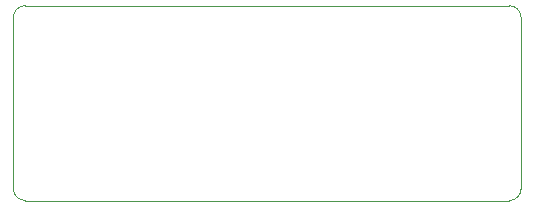
<source format=gm1>
%TF.GenerationSoftware,KiCad,Pcbnew,(6.0.0)*%
%TF.CreationDate,2023-01-11T18:06:36+05:30*%
%TF.ProjectId,STM32+Rf,53544d33-322b-4526-962e-6b696361645f,rev?*%
%TF.SameCoordinates,Original*%
%TF.FileFunction,Profile,NP*%
%FSLAX46Y46*%
G04 Gerber Fmt 4.6, Leading zero omitted, Abs format (unit mm)*
G04 Created by KiCad (PCBNEW (6.0.0)) date 2023-01-11 18:06:36*
%MOMM*%
%LPD*%
G01*
G04 APERTURE LIST*
%TA.AperFunction,Profile*%
%ADD10C,0.100000*%
%TD*%
G04 APERTURE END LIST*
D10*
X120000000Y-129500000D02*
X160992893Y-129500000D01*
X120000000Y-113000000D02*
X160992893Y-113007107D01*
X161992893Y-114007107D02*
X161992893Y-128500000D01*
X119000000Y-127900000D02*
X119000000Y-128500000D01*
X119000000Y-128500000D02*
G75*
G03*
X120000000Y-129500000I1000000J0D01*
G01*
X160992893Y-129500000D02*
G75*
G03*
X161992893Y-128500000I0J1000000D01*
G01*
X119000000Y-116000000D02*
X119000000Y-114000000D01*
X120000000Y-113000000D02*
G75*
G03*
X119000000Y-114000000I0J-1000000D01*
G01*
X119000000Y-116000000D02*
X119000000Y-127900000D01*
X161992893Y-114007107D02*
G75*
G03*
X160992893Y-113007107I-1000000J0D01*
G01*
M02*

</source>
